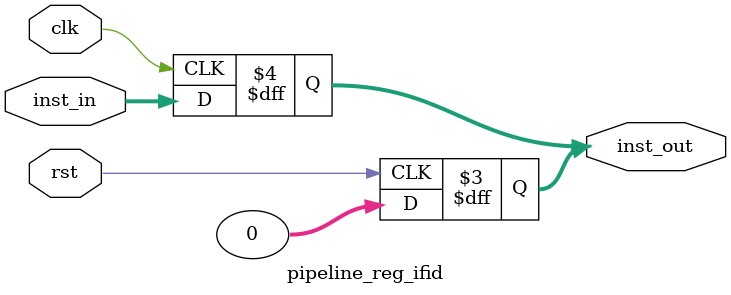
<source format=v>
module pipeline_reg_ifid (
  input rst,
  input clk,

  input  [31:0] inst_in,

  output reg [31:0] inst_out
  );

  always @ (posedge clk) begin
    inst_out <= inst_in;
  end

  always @ (posedge rst) begin
    inst_out <= 32'b0;
  end

endmodule // pipeline_reg_ifid

</source>
